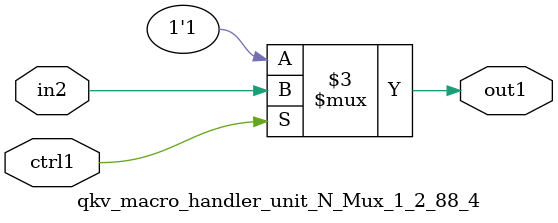
<source format=v>

`timescale 1ps / 1ps


module qkv_macro_handler_unit_N_Mux_1_2_88_4( in2, ctrl1, out1 );

    input in2;
    input ctrl1;
    output out1;
    reg out1;

    
    // rtl_process:qkv_macro_handler_unit_N_Mux_1_2_88_4/qkv_macro_handler_unit_N_Mux_1_2_88_4_thread_1
    always @*
      begin : qkv_macro_handler_unit_N_Mux_1_2_88_4_thread_1
        case (ctrl1) 
          1'b1: 
            begin
              out1 = in2;
            end
          default: 
            begin
              out1 = 1'b1;
            end
        endcase
      end

endmodule



</source>
